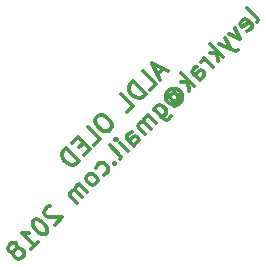
<source format=gbr>
G04 #@! TF.FileFunction,Legend,Bot*
%FSLAX46Y46*%
G04 Gerber Fmt 4.6, Leading zero omitted, Abs format (unit mm)*
G04 Created by KiCad (PCBNEW 4.0.2-stable) date 2018-11-15 20:30:23*
%MOMM*%
G01*
G04 APERTURE LIST*
%ADD10C,0.100000*%
%ADD11C,0.300000*%
G04 APERTURE END LIST*
D10*
D11*
X118227659Y-60464038D02*
X117722583Y-60969115D01*
X118631720Y-60666069D02*
X117217506Y-59958962D01*
X117924613Y-61373175D01*
X117065983Y-62231805D02*
X117571060Y-61726729D01*
X116510399Y-60666069D01*
X116712430Y-62585359D02*
X115651769Y-61524698D01*
X115399231Y-61777237D01*
X115298217Y-61979267D01*
X115298216Y-62181298D01*
X115348724Y-62332820D01*
X115500247Y-62585359D01*
X115651769Y-62736882D01*
X115904308Y-62888405D01*
X116055831Y-62938913D01*
X116257862Y-62938912D01*
X116459891Y-62837897D01*
X116712430Y-62585359D01*
X115146693Y-64151095D02*
X115651769Y-63646019D01*
X114591109Y-62585359D01*
X112722327Y-64454141D02*
X112520297Y-64656171D01*
X112469789Y-64807695D01*
X112469789Y-65009725D01*
X112621312Y-65262263D01*
X112974865Y-65615816D01*
X113227404Y-65767340D01*
X113429434Y-65767340D01*
X113580957Y-65716831D01*
X113782987Y-65514801D01*
X113833495Y-65363279D01*
X113833495Y-65161248D01*
X113681972Y-64908709D01*
X113328419Y-64555156D01*
X113075881Y-64403634D01*
X112873850Y-64403634D01*
X112722327Y-64454141D01*
X112368773Y-66929015D02*
X112873850Y-66423939D01*
X111813189Y-65363279D01*
X111459636Y-66726985D02*
X111106083Y-67080538D01*
X111510143Y-67787645D02*
X112015220Y-67282569D01*
X110954560Y-66221908D01*
X110449483Y-66726985D01*
X111055575Y-68242214D02*
X109994915Y-67181553D01*
X109742376Y-67434092D01*
X109641362Y-67636122D01*
X109641361Y-67838153D01*
X109691869Y-67989675D01*
X109843392Y-68242214D01*
X109994915Y-68393737D01*
X110247453Y-68545260D01*
X110398976Y-68595768D01*
X110601007Y-68595767D01*
X110803036Y-68494752D01*
X111055575Y-68242214D01*
X126187659Y-56504241D02*
X126238167Y-56352718D01*
X126187660Y-56201196D01*
X125278522Y-55292058D01*
X125329030Y-57261855D02*
X125480553Y-57211348D01*
X125682583Y-57009317D01*
X125733091Y-56857795D01*
X125682584Y-56706272D01*
X125278522Y-56302210D01*
X125126999Y-56251703D01*
X124975476Y-56302210D01*
X124773446Y-56504241D01*
X124722939Y-56655764D01*
X124773446Y-56807287D01*
X124874461Y-56908302D01*
X125480553Y-56504241D01*
X124268370Y-57009317D02*
X124722938Y-57968962D01*
X123763294Y-57514393D01*
X123460248Y-57817439D02*
X123914816Y-58777084D01*
X122955172Y-58322515D02*
X123914816Y-58777084D01*
X124268370Y-58928607D01*
X124369385Y-58928607D01*
X124520908Y-58878099D01*
X123258217Y-59433683D02*
X122197557Y-58373023D01*
X122753141Y-59130638D02*
X122854157Y-59837744D01*
X122147050Y-59130637D02*
X122955172Y-59130638D01*
X122399587Y-60292313D02*
X121692481Y-59585206D01*
X121894512Y-59787237D02*
X121742989Y-59736729D01*
X121641973Y-59736729D01*
X121490450Y-59787236D01*
X121389435Y-59888252D01*
X121288420Y-61403480D02*
X120732836Y-60847897D01*
X120682329Y-60696374D01*
X120732836Y-60544850D01*
X120934867Y-60342820D01*
X121086390Y-60292313D01*
X121237913Y-61352973D02*
X121389435Y-61302465D01*
X121641973Y-61049927D01*
X121692481Y-60898405D01*
X121641974Y-60746881D01*
X121540959Y-60645866D01*
X121389435Y-60595358D01*
X121237913Y-60645866D01*
X120985375Y-60898405D01*
X120833851Y-60948912D01*
X120783344Y-61908557D02*
X119722683Y-60847897D01*
X120278268Y-61605511D02*
X120379283Y-62312617D01*
X119672176Y-61605511D02*
X120480298Y-61605511D01*
X118763039Y-62918710D02*
X118763038Y-62817695D01*
X118813546Y-62666172D01*
X118914562Y-62565156D01*
X119066085Y-62514648D01*
X119167100Y-62514649D01*
X119318623Y-62565156D01*
X119419638Y-62666171D01*
X119470145Y-62817695D01*
X119470146Y-62918710D01*
X119419638Y-63070232D01*
X119318622Y-63171248D01*
X119167100Y-63221756D01*
X119066085Y-63221755D01*
X118662024Y-62817695D02*
X119066085Y-63221755D01*
X119066085Y-63322771D01*
X119015577Y-63373278D01*
X118864053Y-63423786D01*
X118712531Y-63373278D01*
X118459993Y-63120740D01*
X118409485Y-62868202D01*
X118459993Y-62615664D01*
X118611516Y-62363126D01*
X118864053Y-62211603D01*
X119116592Y-62161095D01*
X119369130Y-62211603D01*
X119621668Y-62363125D01*
X119773191Y-62615664D01*
X119823699Y-62868202D01*
X119773191Y-63120741D01*
X119621668Y-63373278D01*
X119369131Y-63524801D01*
X119116592Y-63575309D01*
X117399333Y-63878354D02*
X118257963Y-64736984D01*
X118409486Y-64787491D01*
X118510501Y-64787492D01*
X118662023Y-64736984D01*
X118813546Y-64585461D01*
X118864054Y-64433938D01*
X118055932Y-64534954D02*
X118207455Y-64484446D01*
X118409485Y-64282415D01*
X118459994Y-64130892D01*
X118459993Y-64029877D01*
X118409486Y-63878354D01*
X118106440Y-63575309D01*
X117954917Y-63524801D01*
X117853902Y-63524801D01*
X117702378Y-63575309D01*
X117500348Y-63777339D01*
X117449841Y-63928862D01*
X117601363Y-65090537D02*
X116894256Y-64383431D01*
X116995272Y-64484446D02*
X116894257Y-64484446D01*
X116742733Y-64534954D01*
X116591211Y-64686476D01*
X116540704Y-64837999D01*
X116591211Y-64989522D01*
X117146794Y-65545106D01*
X116591211Y-64989522D02*
X116439688Y-64939015D01*
X116288165Y-64989522D01*
X116136642Y-65141045D01*
X116086134Y-65292568D01*
X116136642Y-65444091D01*
X116692226Y-65999674D01*
X115732581Y-66959319D02*
X115176997Y-66403736D01*
X115126490Y-66252213D01*
X115176997Y-66100690D01*
X115379028Y-65898659D01*
X115530551Y-65848152D01*
X115682074Y-66908812D02*
X115833596Y-66858304D01*
X116086134Y-66605766D01*
X116136642Y-66454244D01*
X116086135Y-66302721D01*
X115985120Y-66201705D01*
X115833596Y-66151197D01*
X115682074Y-66201705D01*
X115429535Y-66454244D01*
X115278012Y-66504751D01*
X115227504Y-67464396D02*
X114520398Y-66757289D01*
X114166844Y-66403736D02*
X114267860Y-66403736D01*
X114267860Y-66504752D01*
X114166845Y-66504751D01*
X114166844Y-66403736D01*
X114267860Y-66504752D01*
X114570905Y-68120995D02*
X114621414Y-67969472D01*
X114570906Y-67817950D01*
X113661768Y-66908812D01*
X114065829Y-68424041D02*
X114065830Y-68525056D01*
X114166844Y-68525056D01*
X114166845Y-68424041D01*
X114065829Y-68424041D01*
X114166844Y-68525056D01*
X113156692Y-69434194D02*
X113308214Y-69383686D01*
X113510245Y-69181656D01*
X113560753Y-69030133D01*
X113560753Y-68929117D01*
X113510245Y-68777594D01*
X113207200Y-68474549D01*
X113055677Y-68424042D01*
X112954662Y-68424041D01*
X112803138Y-68474549D01*
X112601108Y-68676579D01*
X112550600Y-68828102D01*
X112601108Y-70090793D02*
X112651616Y-69939270D01*
X112651616Y-69838254D01*
X112601108Y-69686731D01*
X112298063Y-69383686D01*
X112146540Y-69333179D01*
X112045525Y-69333178D01*
X111894001Y-69383686D01*
X111742478Y-69535208D01*
X111691971Y-69686731D01*
X111691971Y-69787747D01*
X111742478Y-69939270D01*
X112045524Y-70242316D01*
X112197047Y-70292823D01*
X112298063Y-70292823D01*
X112449585Y-70242315D01*
X112601108Y-70090793D01*
X111792986Y-70898915D02*
X111085879Y-70191808D01*
X111186895Y-70292824D02*
X111085880Y-70292823D01*
X110934356Y-70343331D01*
X110782833Y-70494853D01*
X110732326Y-70646376D01*
X110782833Y-70797899D01*
X111338417Y-71353483D01*
X110782833Y-70797899D02*
X110631310Y-70747392D01*
X110479787Y-70797899D01*
X110328265Y-70949422D01*
X110277757Y-71100946D01*
X110328265Y-71252468D01*
X110883849Y-71808052D01*
X108661514Y-72111098D02*
X108560498Y-72111098D01*
X108408975Y-72161605D01*
X108156437Y-72414143D01*
X108105929Y-72565666D01*
X108105929Y-72666682D01*
X108156437Y-72818205D01*
X108257452Y-72919220D01*
X108459483Y-73020236D01*
X109671665Y-73020235D01*
X109015066Y-73676834D01*
X107297807Y-73272773D02*
X107196792Y-73373788D01*
X107146285Y-73525311D01*
X107146285Y-73626327D01*
X107196792Y-73777850D01*
X107348315Y-74030387D01*
X107600854Y-74282925D01*
X107853391Y-74434449D01*
X108004914Y-74484956D01*
X108105930Y-74484956D01*
X108257452Y-74434448D01*
X108358468Y-74333433D01*
X108408976Y-74181910D01*
X108408976Y-74080894D01*
X108358468Y-73929372D01*
X108206945Y-73676834D01*
X107954407Y-73424296D01*
X107701869Y-73272773D01*
X107550346Y-73222265D01*
X107449331Y-73222265D01*
X107297807Y-73272773D01*
X106994762Y-75697138D02*
X107600854Y-75091047D01*
X107297807Y-75394093D02*
X106237147Y-74333433D01*
X106489686Y-74383941D01*
X106691717Y-74383940D01*
X106843240Y-74333433D01*
X105782579Y-75697139D02*
X105833087Y-75545615D01*
X105833087Y-75444600D01*
X105782579Y-75293077D01*
X105732072Y-75242570D01*
X105580549Y-75192063D01*
X105479534Y-75192062D01*
X105328010Y-75242570D01*
X105125980Y-75444600D01*
X105075473Y-75596123D01*
X105075473Y-75697139D01*
X105125981Y-75848661D01*
X105176488Y-75899169D01*
X105328010Y-75949677D01*
X105429026Y-75949677D01*
X105580549Y-75899169D01*
X105782579Y-75697139D01*
X105934103Y-75646630D01*
X106035118Y-75646631D01*
X106186641Y-75697138D01*
X106388671Y-75899169D01*
X106439178Y-76050692D01*
X106439179Y-76151707D01*
X106388670Y-76303230D01*
X106186640Y-76505260D01*
X106035118Y-76555768D01*
X105934102Y-76555768D01*
X105782579Y-76505260D01*
X105580549Y-76303230D01*
X105530041Y-76151708D01*
X105530041Y-76050692D01*
X105580549Y-75899169D01*
M02*

</source>
